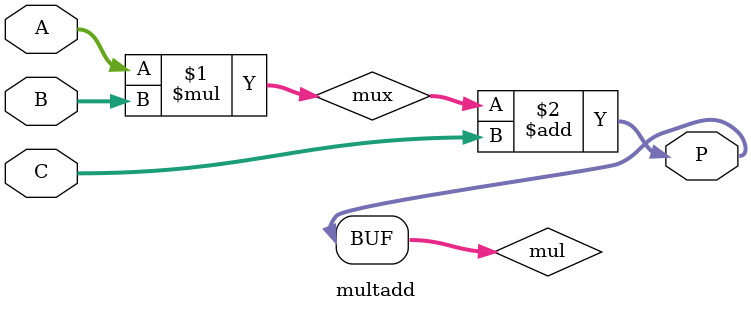
<source format=v>
`timescale 1ns / 1ps

module multadd #(parameter	N = 8)
(
	input		[N-1:0]A,
	input		[N-1:0]B,
	input		[N*2-1:0]C,
	output [N*2-1:0]P
);

wire [2*N-1:0]mux;
wire [2*N-1:0]mul;
assign mux = A*B;
assign mul = mux+C;
assign P=mul;

endmodule
</source>
